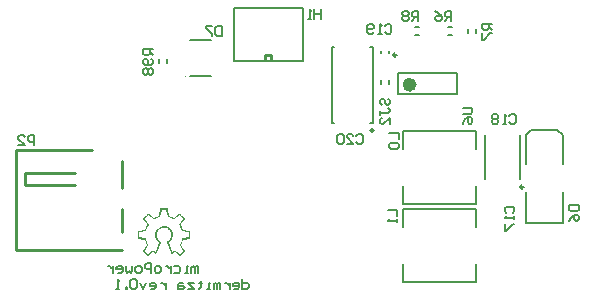
<source format=gbo>
%FSLAX24Y24*%
%MOIN*%
G70*
G01*
G75*
G04 Layer_Color=32896*
%ADD10R,0.0236X0.0433*%
%ADD11R,0.0925X0.0197*%
%ADD12R,0.0984X0.0925*%
%ADD13R,0.0709X0.0472*%
%ADD14R,0.0610X0.0236*%
%ADD15O,0.0610X0.0236*%
%ADD16R,0.1102X0.1102*%
%ADD17O,0.0256X0.0098*%
%ADD18O,0.0098X0.0256*%
%ADD19R,0.0354X0.0252*%
%ADD20R,0.0354X0.0161*%
%ADD21O,0.0236X0.0610*%
%ADD22R,0.0236X0.0610*%
%ADD23R,0.0472X0.0709*%
%ADD24O,0.0276X0.0118*%
%ADD25R,0.0748X0.0354*%
%ADD26O,0.0827X0.0177*%
%ADD27R,0.0571X0.0217*%
%ADD28R,0.0571X0.0217*%
%ADD29R,0.0630X0.0276*%
%ADD30R,0.0374X0.0512*%
%ADD31R,0.0354X0.0276*%
%ADD32R,0.0276X0.0354*%
G04:AMPARAMS|DCode=33|XSize=35.4mil|YSize=27.6mil|CornerRadius=0mil|HoleSize=0mil|Usage=FLASHONLY|Rotation=225.000|XOffset=0mil|YOffset=0mil|HoleType=Round|Shape=Rectangle|*
%AMROTATEDRECTD33*
4,1,4,0.0028,0.0223,0.0223,0.0028,-0.0028,-0.0223,-0.0223,-0.0028,0.0028,0.0223,0.0*
%
%ADD33ROTATEDRECTD33*%

%ADD34R,0.0551X0.0433*%
%ADD35R,0.0453X0.0236*%
%ADD36R,0.0335X0.0315*%
%ADD37C,0.0250*%
%ADD38C,0.0100*%
%ADD39C,0.0200*%
%ADD40C,0.0150*%
%ADD41C,0.0300*%
%ADD42R,0.0500X0.0500*%
%ADD43C,0.0500*%
%ADD44R,0.0787X0.0315*%
%ADD45R,0.0394X0.0394*%
%ADD46C,0.0394*%
%ADD47C,0.0240*%
%ADD48C,0.0260*%
%ADD49C,0.0300*%
%ADD50O,0.0236X0.0866*%
%ADD51R,0.0886X0.0768*%
%ADD52R,0.0886X0.1004*%
%ADD53R,0.0906X0.0906*%
%ADD54R,0.0827X0.0906*%
%ADD55C,0.0098*%
%ADD56C,0.0236*%
%ADD57C,0.0039*%
%ADD58C,0.0079*%
%ADD59C,0.0047*%
%ADD60C,0.0063*%
%ADD61C,0.0060*%
%ADD62R,0.0316X0.0513*%
%ADD63R,0.1005X0.0277*%
%ADD64R,0.1064X0.1005*%
%ADD65R,0.0789X0.0552*%
%ADD66R,0.0690X0.0316*%
%ADD67O,0.0690X0.0316*%
%ADD68R,0.1182X0.1182*%
%ADD69O,0.0336X0.0178*%
%ADD70O,0.0178X0.0336*%
%ADD71R,0.0434X0.0332*%
%ADD72R,0.0434X0.0241*%
%ADD73O,0.0316X0.0690*%
%ADD74R,0.0316X0.0690*%
%ADD75R,0.0552X0.0789*%
%ADD76O,0.0356X0.0198*%
%ADD77R,0.0828X0.0434*%
%ADD78O,0.0907X0.0257*%
%ADD79R,0.0651X0.0297*%
%ADD80R,0.0651X0.0297*%
%ADD81R,0.0710X0.0356*%
%ADD82R,0.0454X0.0592*%
%ADD83R,0.0434X0.0356*%
%ADD84R,0.0356X0.0434*%
G04:AMPARAMS|DCode=85|XSize=43.4mil|YSize=35.6mil|CornerRadius=0mil|HoleSize=0mil|Usage=FLASHONLY|Rotation=225.000|XOffset=0mil|YOffset=0mil|HoleType=Round|Shape=Rectangle|*
%AMROTATEDRECTD85*
4,1,4,0.0028,0.0279,0.0279,0.0028,-0.0028,-0.0279,-0.0279,-0.0028,0.0028,0.0279,0.0*
%
%ADD85ROTATEDRECTD85*%

%ADD86R,0.0631X0.0513*%
%ADD87R,0.0533X0.0316*%
%ADD88R,0.0415X0.0395*%
%ADD89R,0.0580X0.0580*%
%ADD90C,0.0580*%
%ADD91C,0.0080*%
%ADD92R,0.0867X0.0395*%
%ADD93R,0.0474X0.0474*%
%ADD94C,0.0474*%
%ADD95C,0.0320*%
%ADD96C,0.0380*%
%ADD97O,0.0316X0.0946*%
%ADD98R,0.0966X0.0848*%
%ADD99R,0.0966X0.1084*%
%ADD100R,0.0986X0.0986*%
%ADD101R,0.0907X0.0986*%
%ADD102C,0.0340*%
%ADD103C,0.0080*%
G36*
X29188Y29638D02*
X29191Y29635D01*
X29194Y29632D01*
Y29629D01*
X29200Y29605D01*
Y29588D01*
X29238Y29403D01*
Y29397D01*
X29241Y29394D01*
X29247D01*
X29396Y29330D01*
X29402Y29327D01*
X29408D01*
X29411Y29330D01*
X29566Y29435D01*
X29578Y29444D01*
X29581Y29450D01*
X29584D01*
X29599Y29459D01*
X29604Y29462D01*
X29610D01*
X29613Y29459D01*
X29628Y29444D01*
X29642Y29430D01*
X29683Y29389D01*
X29698Y29374D01*
X29745Y29330D01*
X29760Y29318D01*
X29774Y29304D01*
Y29295D01*
X29777Y29292D01*
X29774Y29289D01*
Y29286D01*
X29760Y29268D01*
X29757Y29263D01*
Y29260D01*
X29754Y29254D01*
X29751Y29251D01*
X29645Y29102D01*
Y29096D01*
Y29093D01*
Y29090D01*
Y29087D01*
X29713Y28932D01*
X29716Y28926D01*
X29719Y28923D01*
X29724D01*
X29900Y28888D01*
X29906Y28885D01*
X29918D01*
X29941Y28879D01*
X29947D01*
X29950Y28876D01*
Y28873D01*
Y28870D01*
Y28847D01*
Y28826D01*
Y28765D01*
Y28747D01*
Y28686D01*
Y28668D01*
Y28645D01*
X29947Y28639D01*
X29944Y28636D01*
X29941D01*
X29918Y28630D01*
X29912D01*
X29909Y28627D01*
X29900D01*
X29897Y28624D01*
X29730Y28598D01*
X29727Y28592D01*
X29724Y28589D01*
X29719Y28586D01*
X29716Y28583D01*
X29648Y28419D01*
Y28404D01*
X29748Y28264D01*
X29754Y28255D01*
X29757Y28252D01*
X29760Y28246D01*
Y28243D01*
X29771Y28229D01*
X29774Y28226D01*
Y28223D01*
Y28220D01*
X29771Y28217D01*
Y28214D01*
X29760Y28196D01*
X29745Y28188D01*
X29698Y28141D01*
X29683Y28126D01*
X29640Y28085D01*
X29625Y28070D01*
X29613Y28056D01*
X29607Y28053D01*
X29604D01*
X29599Y28056D01*
X29584Y28065D01*
X29575Y28070D01*
X29569Y28076D01*
X29566Y28079D01*
X29429Y28173D01*
X29423Y28176D01*
X29411D01*
X29408Y28173D01*
X29382Y28158D01*
X29376Y28155D01*
X29373Y28153D01*
X29367Y28150D01*
X29364D01*
X29335Y28132D01*
X29329D01*
X29323Y28135D01*
X29320D01*
X29311Y28170D01*
X29309Y28176D01*
Y28179D01*
X29306Y28185D01*
X29303Y28188D01*
X29186Y28475D01*
X29183Y28481D01*
Y28483D01*
X29177Y28492D01*
X29174Y28495D01*
X29165Y28513D01*
Y28519D01*
X29168Y28522D01*
Y28527D01*
X29171D01*
X29188Y28539D01*
X29194Y28542D01*
X29197Y28545D01*
X29200Y28548D01*
X29203Y28551D01*
X29238Y28577D01*
X29262Y28607D01*
X29273Y28618D01*
X29279Y28627D01*
X29282Y28633D01*
X29285Y28636D01*
X29303Y28677D01*
X29311Y28715D01*
Y28732D01*
X29314Y28744D01*
Y28753D01*
Y28756D01*
X29311Y28791D01*
X29306Y28820D01*
X29303Y28832D01*
X29300Y28841D01*
X29297Y28847D01*
Y28850D01*
X29282Y28882D01*
X29265Y28908D01*
X29253Y28923D01*
X29247Y28929D01*
X29221Y28952D01*
X29194Y28970D01*
X29174Y28978D01*
X29171Y28981D01*
X29168D01*
X29133Y28993D01*
X29104Y28999D01*
X29089Y29002D01*
X29071D01*
X29036Y28999D01*
X29007Y28993D01*
X28995Y28987D01*
X28986Y28984D01*
X28981Y28981D01*
X28978D01*
X28948Y28967D01*
X28922Y28949D01*
X28907Y28935D01*
X28901Y28932D01*
Y28929D01*
X28878Y28902D01*
X28860Y28876D01*
X28855Y28867D01*
X28852Y28858D01*
X28849Y28853D01*
Y28850D01*
X28837Y28817D01*
X28831Y28785D01*
X28828Y28773D01*
Y28765D01*
Y28759D01*
Y28756D01*
Y28732D01*
X28834Y28709D01*
X28837Y28689D01*
X28843Y28671D01*
X28849Y28656D01*
X28855Y28645D01*
X28857Y28639D01*
X28860Y28636D01*
X28887Y28601D01*
X28913Y28574D01*
X28925Y28563D01*
X28934Y28557D01*
X28939Y28554D01*
X28942Y28551D01*
X28951Y28539D01*
X28972Y28527D01*
X28975Y28524D01*
X28978Y28522D01*
X28975Y28516D01*
Y28513D01*
X28966Y28495D01*
X28963Y28486D01*
Y28483D01*
X28960Y28478D01*
Y28475D01*
X28837Y28188D01*
Y28182D01*
Y28179D01*
X28834Y28173D01*
Y28170D01*
X28819Y28135D01*
X28816Y28132D01*
X28805D01*
X28778Y28150D01*
X28770Y28153D01*
X28767D01*
X28761Y28155D01*
X28758Y28158D01*
X28732Y28173D01*
X28726Y28176D01*
X28720D01*
X28717Y28173D01*
X28579Y28079D01*
X28573Y28076D01*
X28570Y28073D01*
X28565Y28068D01*
X28562Y28065D01*
X28547Y28056D01*
X28538Y28053D01*
X28532D01*
X28529Y28056D01*
X28512Y28070D01*
X28500Y28085D01*
X28459Y28126D01*
X28444Y28141D01*
X28401Y28188D01*
X28386Y28196D01*
X28371Y28214D01*
X28368Y28217D01*
Y28220D01*
Y28226D01*
X28371Y28229D01*
X28383Y28243D01*
X28386Y28249D01*
X28389Y28252D01*
X28392Y28261D01*
X28395Y28264D01*
X28491Y28404D01*
X28494Y28410D01*
Y28413D01*
X28491Y28419D01*
X28424Y28583D01*
X28421Y28586D01*
Y28589D01*
X28418Y28595D01*
X28415Y28598D01*
X28239Y28624D01*
X28234Y28627D01*
X28231D01*
X28225Y28630D01*
X28222D01*
X28204Y28636D01*
X28198Y28639D01*
X28193Y28642D01*
Y28645D01*
Y28668D01*
Y28686D01*
Y28747D01*
Y28765D01*
Y28826D01*
Y28847D01*
Y28870D01*
X28196Y28876D01*
X28198Y28879D01*
X28204D01*
X28222Y28885D01*
X28231D01*
X28239Y28888D01*
X28242D01*
X28418Y28923D01*
X28424Y28926D01*
X28430Y28929D01*
X28433Y28932D01*
X28500Y29087D01*
Y29090D01*
Y29093D01*
X28497Y29099D01*
X28494Y29102D01*
X28395Y29251D01*
X28392Y29257D01*
X28389Y29260D01*
X28386Y29266D01*
X28383Y29268D01*
X28371Y29286D01*
X28368Y29292D01*
Y29298D01*
X28371Y29304D01*
X28386Y29318D01*
X28401Y29330D01*
X28442Y29374D01*
X28459Y29389D01*
X28500Y29430D01*
X28512Y29444D01*
X28529Y29459D01*
X28535Y29465D01*
X28541D01*
X28544Y29462D01*
X28547Y29459D01*
X28562Y29450D01*
X28568Y29444D01*
X28570Y29441D01*
X28576Y29438D01*
X28579Y29435D01*
X28729Y29330D01*
X28737Y29327D01*
X28743D01*
X28746Y29330D01*
X28749D01*
X28893Y29394D01*
X28901Y29397D01*
X28904Y29400D01*
X28907Y29403D01*
X28939Y29588D01*
Y29594D01*
X28942Y29597D01*
X28945Y29602D01*
Y29605D01*
X28951Y29629D01*
Y29632D01*
X28954Y29635D01*
X28957Y29640D01*
X29186D01*
X29188Y29638D01*
D02*
G37*
%LPC*%
G36*
X29153Y29594D02*
X28992D01*
X28951Y29356D01*
X28907Y29345D01*
X28872Y29336D01*
X28857Y29330D01*
X28846Y29324D01*
X28840Y29321D01*
X28837D01*
X28799Y29304D01*
X28767Y29286D01*
X28752Y29280D01*
X28743Y29274D01*
X28737Y29268D01*
X28734D01*
X28541Y29403D01*
X28486Y29348D01*
X28430Y29289D01*
X28562Y29096D01*
X28538Y29058D01*
X28521Y29025D01*
X28515Y29014D01*
X28509Y29002D01*
X28506Y28996D01*
Y28993D01*
X28488Y28952D01*
X28477Y28917D01*
X28471Y28902D01*
X28468Y28891D01*
X28465Y28882D01*
Y28879D01*
X28239Y28838D01*
Y28756D01*
Y28677D01*
X28465Y28636D01*
X28477Y28592D01*
X28486Y28554D01*
X28491Y28536D01*
X28497Y28524D01*
X28500Y28519D01*
Y28516D01*
X28518Y28475D01*
X28535Y28442D01*
X28544Y28428D01*
X28550Y28419D01*
X28553Y28413D01*
X28556Y28410D01*
X28430Y28226D01*
X28486Y28170D01*
X28541Y28112D01*
X28720Y28235D01*
X28732Y28226D01*
X28743Y28220D01*
X28752Y28217D01*
X28755Y28214D01*
X28767Y28208D01*
X28778Y28202D01*
X28787Y28199D01*
X28790Y28196D01*
X28919Y28501D01*
X28875Y28536D01*
X28857Y28554D01*
X28843Y28568D01*
X28831Y28583D01*
X28822Y28595D01*
X28819Y28604D01*
X28816Y28607D01*
X28802Y28633D01*
X28793Y28659D01*
X28784Y28683D01*
X28781Y28706D01*
X28778Y28727D01*
X28775Y28741D01*
Y28753D01*
Y28756D01*
X28778Y28800D01*
X28787Y28835D01*
X28790Y28850D01*
X28796Y28861D01*
X28799Y28867D01*
Y28870D01*
X28819Y28908D01*
X28840Y28937D01*
X28849Y28949D01*
X28857Y28958D01*
X28860Y28961D01*
X28863Y28964D01*
X28896Y28990D01*
X28928Y29011D01*
X28939Y29019D01*
X28951Y29025D01*
X28957Y29028D01*
X28960D01*
X28998Y29043D01*
X29036Y29052D01*
X29051Y29055D01*
X29071D01*
X29115Y29052D01*
X29153Y29043D01*
X29168Y29037D01*
X29180Y29031D01*
X29186Y29028D01*
X29188D01*
X29227Y29008D01*
X29256Y28987D01*
X29268Y28978D01*
X29273Y28970D01*
X29279Y28967D01*
X29282Y28964D01*
X29309Y28935D01*
X29329Y28902D01*
X29338Y28891D01*
X29341Y28879D01*
X29347Y28873D01*
Y28870D01*
X29358Y28829D01*
X29364Y28794D01*
X29367Y28779D01*
Y28768D01*
Y28759D01*
Y28756D01*
X29364Y28727D01*
X29361Y28697D01*
X29355Y28674D01*
X29347Y28650D01*
X29341Y28633D01*
X29335Y28618D01*
X29332Y28609D01*
X29329Y28607D01*
X29297Y28563D01*
X29279Y28545D01*
X29265Y28530D01*
X29250Y28519D01*
X29238Y28510D01*
X29229Y28504D01*
X29227Y28501D01*
X29355Y28196D01*
X29379Y28208D01*
X29399Y28220D01*
X29414Y28232D01*
X29420Y28235D01*
X29604Y28112D01*
X29660Y28170D01*
X29716Y28226D01*
X29590Y28410D01*
X29613Y28445D01*
X29631Y28481D01*
X29637Y28495D01*
X29642Y28507D01*
X29645Y28513D01*
Y28516D01*
X29660Y28560D01*
X29672Y28598D01*
X29675Y28612D01*
X29678Y28624D01*
X29681Y28633D01*
Y28636D01*
X29897Y28677D01*
Y28756D01*
Y28838D01*
X29675Y28879D01*
X29663Y28923D01*
X29651Y28958D01*
X29648Y28973D01*
X29642Y28984D01*
X29640Y28990D01*
Y28993D01*
X29622Y29031D01*
X29601Y29063D01*
X29596Y29078D01*
X29590Y29087D01*
X29584Y29093D01*
Y29096D01*
X29716Y29289D01*
X29660Y29348D01*
X29604Y29403D01*
X29405Y29268D01*
X29370Y29289D01*
X29338Y29307D01*
X29326Y29312D01*
X29314Y29318D01*
X29309Y29321D01*
X29306D01*
X29265Y29336D01*
X29229Y29348D01*
X29215Y29350D01*
X29203Y29353D01*
X29197Y29356D01*
X29194D01*
X29153Y29594D01*
D02*
G37*
%LPD*%
D38*
X32452Y34587D02*
Y34764D01*
X32648D01*
Y34587D02*
Y34764D01*
X24128Y28248D02*
X27672D01*
X24128D02*
Y31594D01*
X26687D01*
X27672Y28839D02*
Y29626D01*
Y30315D02*
Y31201D01*
X24424Y30413D02*
X26097D01*
X24424D02*
Y30807D01*
X26097D01*
D55*
X36815Y34745D02*
G03*
X36815Y34745I-49J0D01*
G01*
X41049Y30346D02*
G03*
X41049Y30346I-49J0D01*
G01*
X36059Y32234D02*
G03*
X36059Y32234I-49J0D01*
G01*
D56*
X37378Y33761D02*
G03*
X37378Y33761I-118J0D01*
G01*
D57*
X29808Y34050D02*
G03*
X29808Y34050I-20J0D01*
G01*
D58*
X31396Y34579D02*
X31408Y34567D01*
X31566D01*
X33711D02*
X33716Y34572D01*
X33534Y34567D02*
X33711D01*
X31566D02*
X33534D01*
X29188Y34491D02*
Y34609D01*
X28912Y34491D02*
Y34609D01*
X29946Y35241D02*
Y35260D01*
X30654Y35241D02*
Y35260D01*
X29946Y34040D02*
Y34059D01*
X30654Y34040D02*
Y34059D01*
X29946Y34040D02*
X30654D01*
X29946Y35260D02*
X30654D01*
X36312Y33791D02*
Y33909D01*
X36588Y33791D02*
Y33909D01*
X37441Y35412D02*
X37559D01*
X37441Y35688D02*
X37559D01*
X38834Y33446D02*
Y34154D01*
X36866Y33446D02*
Y34154D01*
Y33446D02*
X38834D01*
X36866Y34154D02*
X38834D01*
X39759Y30602D02*
Y32098D01*
X40941Y30602D02*
Y32098D01*
X36039Y32490D02*
Y35010D01*
X34661Y32490D02*
Y35010D01*
X35950Y32490D02*
X36039D01*
X35950Y35010D02*
X36039D01*
X34661Y32490D02*
X34750D01*
X34661Y35010D02*
X34750D01*
X41140Y31122D02*
Y32087D01*
X42360Y31122D02*
Y32087D01*
Y29154D02*
Y30178D01*
X41140Y29154D02*
Y30178D01*
X41317Y32264D02*
X42183D01*
X42360Y32087D01*
X41140D02*
X41317Y32264D01*
X41140Y29154D02*
X42360D01*
X38541Y35688D02*
X38659D01*
X38541Y35412D02*
X38659D01*
X39488Y35491D02*
Y35609D01*
X39212Y35491D02*
Y35609D01*
X36322Y34811D02*
Y34889D01*
X36578Y34811D02*
Y34889D01*
X37030Y27180D02*
Y27790D01*
X39470Y27180D02*
Y27790D01*
X37030Y29010D02*
Y29620D01*
X39470Y29010D02*
Y29620D01*
X37030Y27180D02*
X39470D01*
X37030Y29620D02*
X39470D01*
X39470Y31610D02*
Y32220D01*
X37030Y31610D02*
Y32220D01*
X39470Y29780D02*
Y30390D01*
X37030Y29780D02*
Y30390D01*
Y32220D02*
X39470D01*
X37030Y29780D02*
X39470D01*
D61*
X31000Y35720D02*
Y35400D01*
X30840D01*
X30787Y35453D01*
Y35667D01*
X30840Y35720D01*
X31000D01*
X30680D02*
X30467D01*
Y35667D01*
X30680Y35453D01*
Y35400D01*
X36333Y33087D02*
X36280Y33140D01*
Y33247D01*
X36333Y33300D01*
X36387D01*
X36440Y33247D01*
Y33140D01*
X36493Y33087D01*
X36547D01*
X36600Y33140D01*
Y33247D01*
X36547Y33300D01*
X36280Y32767D02*
Y32873D01*
Y32820D01*
X36547D01*
X36600Y32873D01*
Y32927D01*
X36547Y32980D01*
X36600Y32447D02*
Y32660D01*
X36387Y32447D01*
X36333D01*
X36280Y32500D01*
Y32607D01*
X36333Y32660D01*
X24750Y31750D02*
Y32070D01*
X24590D01*
X24537Y32017D01*
Y31910D01*
X24590Y31857D01*
X24750D01*
X24217Y31750D02*
X24430D01*
X24217Y31963D01*
Y32017D01*
X24270Y32070D01*
X24377D01*
X24430Y32017D01*
X28700Y34950D02*
X28380D01*
Y34790D01*
X28433Y34737D01*
X28540D01*
X28593Y34790D01*
Y34950D01*
Y34843D02*
X28700Y34737D01*
X28647Y34630D02*
X28700Y34577D01*
Y34470D01*
X28647Y34417D01*
X28433D01*
X28380Y34470D01*
Y34577D01*
X28433Y34630D01*
X28487D01*
X28540Y34577D01*
Y34417D01*
X28433Y34310D02*
X28380Y34257D01*
Y34150D01*
X28433Y34097D01*
X28487D01*
X28540Y34150D01*
X28593Y34097D01*
X28647D01*
X28700Y34150D01*
Y34257D01*
X28647Y34310D01*
X28593D01*
X28540Y34257D01*
X28487Y34310D01*
X28433D01*
X28540Y34257D02*
Y34150D01*
X37550Y35900D02*
Y36220D01*
X37390D01*
X37337Y36167D01*
Y36060D01*
X37390Y36007D01*
X37550D01*
X37443D02*
X37337Y35900D01*
X37230Y36167D02*
X37177Y36220D01*
X37070D01*
X37017Y36167D01*
Y36113D01*
X37070Y36060D01*
X37017Y36007D01*
Y35953D01*
X37070Y35900D01*
X37177D01*
X37230Y35953D01*
Y36007D01*
X37177Y36060D01*
X37230Y36113D01*
Y36167D01*
X37177Y36060D02*
X37070D01*
X36437Y35717D02*
X36490Y35770D01*
X36597D01*
X36650Y35717D01*
Y35503D01*
X36597Y35450D01*
X36490D01*
X36437Y35503D01*
X36330Y35450D02*
X36223D01*
X36277D01*
Y35770D01*
X36330Y35717D01*
X36064Y35503D02*
X36010Y35450D01*
X35904D01*
X35850Y35503D01*
Y35717D01*
X35904Y35770D01*
X36010D01*
X36064Y35717D01*
Y35663D01*
X36010Y35610D01*
X35850D01*
X38650Y35900D02*
Y36220D01*
X38490D01*
X38437Y36167D01*
Y36060D01*
X38490Y36007D01*
X38650D01*
X38543D02*
X38437Y35900D01*
X38117Y36220D02*
X38223Y36167D01*
X38330Y36060D01*
Y35953D01*
X38277Y35900D01*
X38170D01*
X38117Y35953D01*
Y36007D01*
X38170Y36060D01*
X38330D01*
X39030Y33000D02*
X39297D01*
X39350Y32947D01*
Y32840D01*
X39297Y32787D01*
X39030D01*
Y32467D02*
X39083Y32573D01*
X39190Y32680D01*
X39297D01*
X39350Y32627D01*
Y32520D01*
X39297Y32467D01*
X39243D01*
X39190Y32520D01*
Y32680D01*
X40000Y35800D02*
X39680D01*
Y35640D01*
X39733Y35587D01*
X39840D01*
X39893Y35640D01*
Y35800D01*
Y35693D02*
X40000Y35587D01*
X39680Y35480D02*
Y35267D01*
X39733D01*
X39947Y35480D01*
X40000D01*
X42580Y29750D02*
X42900D01*
Y29590D01*
X42847Y29537D01*
X42633D01*
X42580Y29590D01*
Y29750D01*
Y29217D02*
X42633Y29323D01*
X42740Y29430D01*
X42847D01*
X42900Y29377D01*
Y29270D01*
X42847Y29217D01*
X42793D01*
X42740Y29270D01*
Y29430D01*
X35487Y32067D02*
X35540Y32120D01*
X35647D01*
X35700Y32067D01*
Y31853D01*
X35647Y31800D01*
X35540D01*
X35487Y31853D01*
X35167Y31800D02*
X35380D01*
X35167Y32013D01*
Y32067D01*
X35220Y32120D01*
X35327D01*
X35380Y32067D01*
X35060D02*
X35007Y32120D01*
X34900D01*
X34847Y32067D01*
Y31853D01*
X34900Y31800D01*
X35007D01*
X35060Y31853D01*
Y32067D01*
X40587Y32717D02*
X40640Y32770D01*
X40747D01*
X40800Y32717D01*
Y32503D01*
X40747Y32450D01*
X40640D01*
X40587Y32503D01*
X40480Y32450D02*
X40373D01*
X40427D01*
Y32770D01*
X40480Y32717D01*
X40214D02*
X40160Y32770D01*
X40054D01*
X40000Y32717D01*
Y32663D01*
X40054Y32610D01*
X40000Y32557D01*
Y32503D01*
X40054Y32450D01*
X40160D01*
X40214Y32503D01*
Y32557D01*
X40160Y32610D01*
X40214Y32663D01*
Y32717D01*
X40160Y32610D02*
X40054D01*
X40483Y29487D02*
X40430Y29540D01*
Y29647D01*
X40483Y29700D01*
X40697D01*
X40750Y29647D01*
Y29540D01*
X40697Y29487D01*
X40750Y29380D02*
Y29273D01*
Y29327D01*
X40430D01*
X40483Y29380D01*
X40430Y29114D02*
Y28900D01*
X40483D01*
X40697Y29114D01*
X40750D01*
X34300Y36270D02*
Y35950D01*
Y36110D01*
X34087D01*
Y36270D01*
Y35950D01*
X33980D02*
X33873D01*
X33927D01*
Y36270D01*
X33980Y36217D01*
X36580Y32150D02*
X36900D01*
Y31937D01*
X36633Y31830D02*
X36580Y31777D01*
Y31670D01*
X36633Y31617D01*
X36847D01*
X36900Y31670D01*
Y31777D01*
X36847Y31830D01*
X36633D01*
X36530Y29600D02*
X36850D01*
Y29387D01*
Y29280D02*
Y29173D01*
Y29227D01*
X36530D01*
X36583Y29280D01*
X31687Y27270D02*
Y26950D01*
X31847D01*
X31900Y27003D01*
Y27110D01*
X31847Y27163D01*
X31687D01*
X31420Y26950D02*
X31527D01*
X31580Y27003D01*
Y27110D01*
X31527Y27163D01*
X31420D01*
X31367Y27110D01*
Y27057D01*
X31580D01*
X31260Y27163D02*
Y26950D01*
Y27057D01*
X31207Y27110D01*
X31154Y27163D01*
X31100D01*
X30940Y26950D02*
Y27163D01*
X30887D01*
X30834Y27110D01*
Y26950D01*
Y27110D01*
X30780Y27163D01*
X30727Y27110D01*
Y26950D01*
X30620D02*
X30514D01*
X30567D01*
Y27163D01*
X30620D01*
X30301Y27217D02*
Y27163D01*
X30354D01*
X30247D01*
X30301D01*
Y27003D01*
X30247Y26950D01*
X30087Y27163D02*
X29874D01*
X30087Y26950D01*
X29874D01*
X29714Y27163D02*
X29607D01*
X29554Y27110D01*
Y26950D01*
X29714D01*
X29767Y27003D01*
X29714Y27057D01*
X29554D01*
X29128Y27163D02*
Y26950D01*
Y27057D01*
X29074Y27110D01*
X29021Y27163D01*
X28968D01*
X28648Y26950D02*
X28754D01*
X28808Y27003D01*
Y27110D01*
X28754Y27163D01*
X28648D01*
X28594Y27110D01*
Y27057D01*
X28808D01*
X28488Y27163D02*
X28381Y26950D01*
X28275Y27163D01*
X28168Y27217D02*
X28115Y27270D01*
X28008D01*
X27955Y27217D01*
Y27003D01*
X28008Y26950D01*
X28115D01*
X28168Y27003D01*
Y27217D01*
X27848Y26950D02*
Y27003D01*
X27795D01*
Y26950D01*
X27848D01*
X27581D02*
X27475D01*
X27528D01*
Y27270D01*
X27581Y27217D01*
X30200Y27500D02*
Y27713D01*
X30147D01*
X30093Y27660D01*
Y27500D01*
Y27660D01*
X30040Y27713D01*
X29987Y27660D01*
Y27500D01*
X29880D02*
X29773D01*
X29827D01*
Y27713D01*
X29880D01*
X29400D02*
X29560D01*
X29614Y27660D01*
Y27553D01*
X29560Y27500D01*
X29400D01*
X29294Y27713D02*
Y27500D01*
Y27607D01*
X29240Y27660D01*
X29187Y27713D01*
X29134D01*
X28920Y27500D02*
X28814D01*
X28760Y27553D01*
Y27660D01*
X28814Y27713D01*
X28920D01*
X28974Y27660D01*
Y27553D01*
X28920Y27500D01*
X28654D02*
Y27820D01*
X28494D01*
X28441Y27767D01*
Y27660D01*
X28494Y27607D01*
X28654D01*
X28281Y27500D02*
X28174D01*
X28121Y27553D01*
Y27660D01*
X28174Y27713D01*
X28281D01*
X28334Y27660D01*
Y27553D01*
X28281Y27500D01*
X28014Y27713D02*
Y27553D01*
X27961Y27500D01*
X27907Y27553D01*
X27854Y27500D01*
X27801Y27553D01*
Y27713D01*
X27534Y27500D02*
X27641D01*
X27694Y27553D01*
Y27660D01*
X27641Y27713D01*
X27534D01*
X27481Y27660D01*
Y27607D01*
X27694D01*
X27374Y27713D02*
Y27500D01*
Y27607D01*
X27321Y27660D01*
X27268Y27713D01*
X27214D01*
D103*
X31396Y34579D02*
Y36320D01*
X33716Y34572D02*
Y36320D01*
X31396D02*
X33716D01*
M02*

</source>
